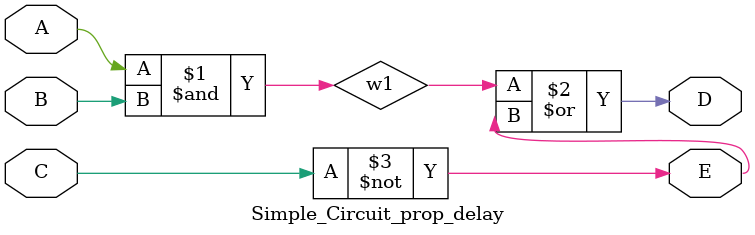
<source format=v>
module Simple_Circuit_prop_delay(A,B,C,D,E );
    output D,E;
    input A,B,C;
    wire w1;
    
    and #(10) G1(w1,A,B);
    not #(10) G2(E,C);
    or #(10) G3(D,w1,E);
endmodule

</source>
